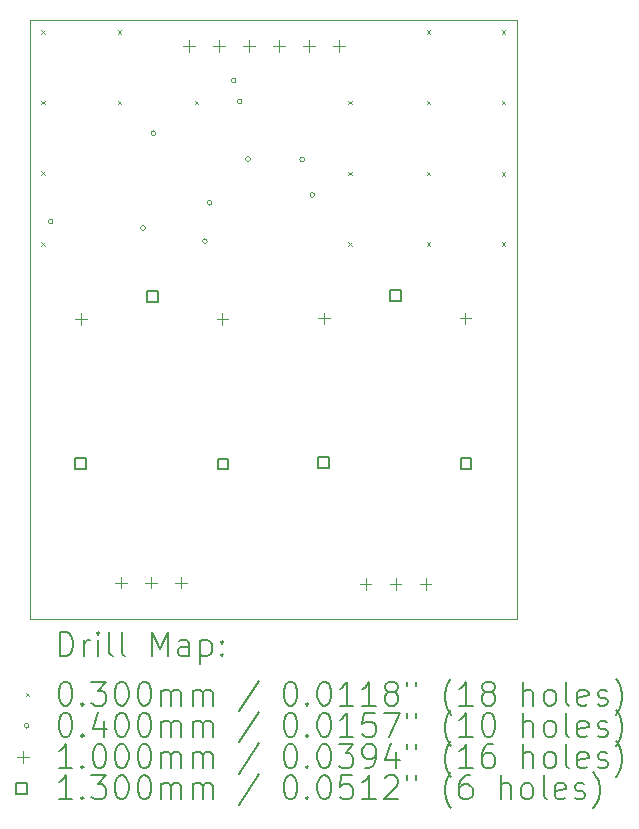
<source format=gbr>
%TF.GenerationSoftware,KiCad,Pcbnew,7.0.11-2.fc39*%
%TF.CreationDate,2024-06-02T00:52:19+02:00*%
%TF.ProjectId,two_relays_extension,74776f5f-7265-46c6-9179-735f65787465,rev?*%
%TF.SameCoordinates,Original*%
%TF.FileFunction,Drillmap*%
%TF.FilePolarity,Positive*%
%FSLAX45Y45*%
G04 Gerber Fmt 4.5, Leading zero omitted, Abs format (unit mm)*
G04 Created by KiCad (PCBNEW 7.0.11-2.fc39) date 2024-06-02 00:52:19*
%MOMM*%
%LPD*%
G01*
G04 APERTURE LIST*
%ADD10C,0.100000*%
%ADD11C,0.200000*%
%ADD12C,0.130000*%
G04 APERTURE END LIST*
D10*
X12674600Y-5778500D02*
X16802100Y-5778500D01*
X16802100Y-10845800D01*
X12674600Y-10845800D01*
X12674600Y-5778500D01*
D11*
D10*
X12771360Y-5862560D02*
X12801360Y-5892560D01*
X12801360Y-5862560D02*
X12771360Y-5892560D01*
X12771360Y-6462000D02*
X12801360Y-6492000D01*
X12801360Y-6462000D02*
X12771360Y-6492000D01*
X12771360Y-7056360D02*
X12801360Y-7086360D01*
X12801360Y-7056360D02*
X12771360Y-7086360D01*
X12771360Y-7660880D02*
X12801360Y-7690880D01*
X12801360Y-7660880D02*
X12771360Y-7690880D01*
X13421600Y-5862560D02*
X13451600Y-5892560D01*
X13451600Y-5862560D02*
X13421600Y-5892560D01*
X13421600Y-6462000D02*
X13451600Y-6492000D01*
X13451600Y-6462000D02*
X13421600Y-6492000D01*
X14071840Y-6462000D02*
X14101840Y-6492000D01*
X14101840Y-6462000D02*
X14071840Y-6492000D01*
X15372320Y-6462000D02*
X15402320Y-6492000D01*
X15402320Y-6462000D02*
X15372320Y-6492000D01*
X15372320Y-7061440D02*
X15402320Y-7091440D01*
X15402320Y-7061440D02*
X15372320Y-7091440D01*
X15372320Y-7660880D02*
X15402320Y-7690880D01*
X15402320Y-7660880D02*
X15372320Y-7690880D01*
X16037800Y-5862560D02*
X16067800Y-5892560D01*
X16067800Y-5862560D02*
X16037800Y-5892560D01*
X16037800Y-6462000D02*
X16067800Y-6492000D01*
X16067800Y-6462000D02*
X16037800Y-6492000D01*
X16037800Y-7061440D02*
X16067800Y-7091440D01*
X16067800Y-7061440D02*
X16037800Y-7091440D01*
X16037800Y-7660880D02*
X16067800Y-7690880D01*
X16067800Y-7660880D02*
X16037800Y-7690880D01*
X16672800Y-5862560D02*
X16702800Y-5892560D01*
X16702800Y-5862560D02*
X16672800Y-5892560D01*
X16672800Y-6462000D02*
X16702800Y-6492000D01*
X16702800Y-6462000D02*
X16672800Y-6492000D01*
X16672800Y-7066520D02*
X16702800Y-7096520D01*
X16702800Y-7066520D02*
X16672800Y-7096520D01*
X16672800Y-7660880D02*
X16702800Y-7690880D01*
X16702800Y-7660880D02*
X16672800Y-7690880D01*
X12872400Y-7482840D02*
G75*
G03*
X12832400Y-7482840I-20000J0D01*
G01*
X12832400Y-7482840D02*
G75*
G03*
X12872400Y-7482840I20000J0D01*
G01*
X13654720Y-7538720D02*
G75*
G03*
X13614720Y-7538720I-20000J0D01*
G01*
X13614720Y-7538720D02*
G75*
G03*
X13654720Y-7538720I20000J0D01*
G01*
X13741080Y-6736080D02*
G75*
G03*
X13701080Y-6736080I-20000J0D01*
G01*
X13701080Y-6736080D02*
G75*
G03*
X13741080Y-6736080I20000J0D01*
G01*
X14177960Y-7650480D02*
G75*
G03*
X14137960Y-7650480I-20000J0D01*
G01*
X14137960Y-7650480D02*
G75*
G03*
X14177960Y-7650480I20000J0D01*
G01*
X14218600Y-7325360D02*
G75*
G03*
X14178600Y-7325360I-20000J0D01*
G01*
X14178600Y-7325360D02*
G75*
G03*
X14218600Y-7325360I20000J0D01*
G01*
X14421800Y-6289040D02*
G75*
G03*
X14381800Y-6289040I-20000J0D01*
G01*
X14381800Y-6289040D02*
G75*
G03*
X14421800Y-6289040I20000J0D01*
G01*
X14472600Y-6466840D02*
G75*
G03*
X14432600Y-6466840I-20000J0D01*
G01*
X14432600Y-6466840D02*
G75*
G03*
X14472600Y-6466840I20000J0D01*
G01*
X14543720Y-6954520D02*
G75*
G03*
X14503720Y-6954520I-20000J0D01*
G01*
X14503720Y-6954520D02*
G75*
G03*
X14543720Y-6954520I20000J0D01*
G01*
X15000920Y-6959600D02*
G75*
G03*
X14960920Y-6959600I-20000J0D01*
G01*
X14960920Y-6959600D02*
G75*
G03*
X15000920Y-6959600I20000J0D01*
G01*
X15087280Y-7259320D02*
G75*
G03*
X15047280Y-7259320I-20000J0D01*
G01*
X15047280Y-7259320D02*
G75*
G03*
X15087280Y-7259320I20000J0D01*
G01*
X13106400Y-8262700D02*
X13106400Y-8362700D01*
X13056400Y-8312700D02*
X13156400Y-8312700D01*
X13449300Y-10491000D02*
X13449300Y-10591000D01*
X13399300Y-10541000D02*
X13499300Y-10541000D01*
X13703300Y-10491000D02*
X13703300Y-10591000D01*
X13653300Y-10541000D02*
X13753300Y-10541000D01*
X13957300Y-10491000D02*
X13957300Y-10591000D01*
X13907300Y-10541000D02*
X14007300Y-10541000D01*
X14020800Y-5949480D02*
X14020800Y-6049480D01*
X13970800Y-5999480D02*
X14070800Y-5999480D01*
X14274800Y-5949480D02*
X14274800Y-6049480D01*
X14224800Y-5999480D02*
X14324800Y-5999480D01*
X14306400Y-8262700D02*
X14306400Y-8362700D01*
X14256400Y-8312700D02*
X14356400Y-8312700D01*
X14528800Y-5949480D02*
X14528800Y-6049480D01*
X14478800Y-5999480D02*
X14578800Y-5999480D01*
X14782800Y-5949480D02*
X14782800Y-6049480D01*
X14732800Y-5999480D02*
X14832800Y-5999480D01*
X15036800Y-5949480D02*
X15036800Y-6049480D01*
X14986800Y-5999480D02*
X15086800Y-5999480D01*
X15163800Y-8255000D02*
X15163800Y-8355000D01*
X15113800Y-8305000D02*
X15213800Y-8305000D01*
X15290800Y-5949480D02*
X15290800Y-6049480D01*
X15240800Y-5999480D02*
X15340800Y-5999480D01*
X15517900Y-10503700D02*
X15517900Y-10603700D01*
X15467900Y-10553700D02*
X15567900Y-10553700D01*
X15771900Y-10503700D02*
X15771900Y-10603700D01*
X15721900Y-10553700D02*
X15821900Y-10553700D01*
X16025900Y-10503700D02*
X16025900Y-10603700D01*
X15975900Y-10553700D02*
X16075900Y-10553700D01*
X16363800Y-8255000D02*
X16363800Y-8355000D01*
X16313800Y-8305000D02*
X16413800Y-8305000D01*
D12*
X13152362Y-9578662D02*
X13152362Y-9486738D01*
X13060438Y-9486738D01*
X13060438Y-9578662D01*
X13152362Y-9578662D01*
X13757362Y-8163662D02*
X13757362Y-8071738D01*
X13665438Y-8071738D01*
X13665438Y-8163662D01*
X13757362Y-8163662D01*
X14357362Y-9583662D02*
X14357362Y-9491738D01*
X14265438Y-9491738D01*
X14265438Y-9583662D01*
X14357362Y-9583662D01*
X15209762Y-9570962D02*
X15209762Y-9479038D01*
X15117838Y-9479038D01*
X15117838Y-9570962D01*
X15209762Y-9570962D01*
X15814762Y-8155962D02*
X15814762Y-8064038D01*
X15722838Y-8064038D01*
X15722838Y-8155962D01*
X15814762Y-8155962D01*
X16414762Y-9575962D02*
X16414762Y-9484038D01*
X16322838Y-9484038D01*
X16322838Y-9575962D01*
X16414762Y-9575962D01*
D11*
X12930377Y-11162284D02*
X12930377Y-10962284D01*
X12930377Y-10962284D02*
X12977996Y-10962284D01*
X12977996Y-10962284D02*
X13006567Y-10971808D01*
X13006567Y-10971808D02*
X13025615Y-10990855D01*
X13025615Y-10990855D02*
X13035139Y-11009903D01*
X13035139Y-11009903D02*
X13044662Y-11047998D01*
X13044662Y-11047998D02*
X13044662Y-11076570D01*
X13044662Y-11076570D02*
X13035139Y-11114665D01*
X13035139Y-11114665D02*
X13025615Y-11133712D01*
X13025615Y-11133712D02*
X13006567Y-11152760D01*
X13006567Y-11152760D02*
X12977996Y-11162284D01*
X12977996Y-11162284D02*
X12930377Y-11162284D01*
X13130377Y-11162284D02*
X13130377Y-11028950D01*
X13130377Y-11067046D02*
X13139901Y-11047998D01*
X13139901Y-11047998D02*
X13149424Y-11038474D01*
X13149424Y-11038474D02*
X13168472Y-11028950D01*
X13168472Y-11028950D02*
X13187520Y-11028950D01*
X13254186Y-11162284D02*
X13254186Y-11028950D01*
X13254186Y-10962284D02*
X13244662Y-10971808D01*
X13244662Y-10971808D02*
X13254186Y-10981331D01*
X13254186Y-10981331D02*
X13263710Y-10971808D01*
X13263710Y-10971808D02*
X13254186Y-10962284D01*
X13254186Y-10962284D02*
X13254186Y-10981331D01*
X13377996Y-11162284D02*
X13358948Y-11152760D01*
X13358948Y-11152760D02*
X13349424Y-11133712D01*
X13349424Y-11133712D02*
X13349424Y-10962284D01*
X13482758Y-11162284D02*
X13463710Y-11152760D01*
X13463710Y-11152760D02*
X13454186Y-11133712D01*
X13454186Y-11133712D02*
X13454186Y-10962284D01*
X13711329Y-11162284D02*
X13711329Y-10962284D01*
X13711329Y-10962284D02*
X13777996Y-11105141D01*
X13777996Y-11105141D02*
X13844662Y-10962284D01*
X13844662Y-10962284D02*
X13844662Y-11162284D01*
X14025615Y-11162284D02*
X14025615Y-11057522D01*
X14025615Y-11057522D02*
X14016091Y-11038474D01*
X14016091Y-11038474D02*
X13997043Y-11028950D01*
X13997043Y-11028950D02*
X13958948Y-11028950D01*
X13958948Y-11028950D02*
X13939901Y-11038474D01*
X14025615Y-11152760D02*
X14006567Y-11162284D01*
X14006567Y-11162284D02*
X13958948Y-11162284D01*
X13958948Y-11162284D02*
X13939901Y-11152760D01*
X13939901Y-11152760D02*
X13930377Y-11133712D01*
X13930377Y-11133712D02*
X13930377Y-11114665D01*
X13930377Y-11114665D02*
X13939901Y-11095617D01*
X13939901Y-11095617D02*
X13958948Y-11086093D01*
X13958948Y-11086093D02*
X14006567Y-11086093D01*
X14006567Y-11086093D02*
X14025615Y-11076570D01*
X14120853Y-11028950D02*
X14120853Y-11228950D01*
X14120853Y-11038474D02*
X14139901Y-11028950D01*
X14139901Y-11028950D02*
X14177996Y-11028950D01*
X14177996Y-11028950D02*
X14197043Y-11038474D01*
X14197043Y-11038474D02*
X14206567Y-11047998D01*
X14206567Y-11047998D02*
X14216091Y-11067046D01*
X14216091Y-11067046D02*
X14216091Y-11124189D01*
X14216091Y-11124189D02*
X14206567Y-11143236D01*
X14206567Y-11143236D02*
X14197043Y-11152760D01*
X14197043Y-11152760D02*
X14177996Y-11162284D01*
X14177996Y-11162284D02*
X14139901Y-11162284D01*
X14139901Y-11162284D02*
X14120853Y-11152760D01*
X14301805Y-11143236D02*
X14311329Y-11152760D01*
X14311329Y-11152760D02*
X14301805Y-11162284D01*
X14301805Y-11162284D02*
X14292282Y-11152760D01*
X14292282Y-11152760D02*
X14301805Y-11143236D01*
X14301805Y-11143236D02*
X14301805Y-11162284D01*
X14301805Y-11038474D02*
X14311329Y-11047998D01*
X14311329Y-11047998D02*
X14301805Y-11057522D01*
X14301805Y-11057522D02*
X14292282Y-11047998D01*
X14292282Y-11047998D02*
X14301805Y-11038474D01*
X14301805Y-11038474D02*
X14301805Y-11057522D01*
D10*
X12639600Y-11475800D02*
X12669600Y-11505800D01*
X12669600Y-11475800D02*
X12639600Y-11505800D01*
D11*
X12968472Y-11382284D02*
X12987520Y-11382284D01*
X12987520Y-11382284D02*
X13006567Y-11391808D01*
X13006567Y-11391808D02*
X13016091Y-11401331D01*
X13016091Y-11401331D02*
X13025615Y-11420379D01*
X13025615Y-11420379D02*
X13035139Y-11458474D01*
X13035139Y-11458474D02*
X13035139Y-11506093D01*
X13035139Y-11506093D02*
X13025615Y-11544188D01*
X13025615Y-11544188D02*
X13016091Y-11563236D01*
X13016091Y-11563236D02*
X13006567Y-11572760D01*
X13006567Y-11572760D02*
X12987520Y-11582284D01*
X12987520Y-11582284D02*
X12968472Y-11582284D01*
X12968472Y-11582284D02*
X12949424Y-11572760D01*
X12949424Y-11572760D02*
X12939901Y-11563236D01*
X12939901Y-11563236D02*
X12930377Y-11544188D01*
X12930377Y-11544188D02*
X12920853Y-11506093D01*
X12920853Y-11506093D02*
X12920853Y-11458474D01*
X12920853Y-11458474D02*
X12930377Y-11420379D01*
X12930377Y-11420379D02*
X12939901Y-11401331D01*
X12939901Y-11401331D02*
X12949424Y-11391808D01*
X12949424Y-11391808D02*
X12968472Y-11382284D01*
X13120853Y-11563236D02*
X13130377Y-11572760D01*
X13130377Y-11572760D02*
X13120853Y-11582284D01*
X13120853Y-11582284D02*
X13111329Y-11572760D01*
X13111329Y-11572760D02*
X13120853Y-11563236D01*
X13120853Y-11563236D02*
X13120853Y-11582284D01*
X13197043Y-11382284D02*
X13320853Y-11382284D01*
X13320853Y-11382284D02*
X13254186Y-11458474D01*
X13254186Y-11458474D02*
X13282758Y-11458474D01*
X13282758Y-11458474D02*
X13301805Y-11467998D01*
X13301805Y-11467998D02*
X13311329Y-11477522D01*
X13311329Y-11477522D02*
X13320853Y-11496569D01*
X13320853Y-11496569D02*
X13320853Y-11544188D01*
X13320853Y-11544188D02*
X13311329Y-11563236D01*
X13311329Y-11563236D02*
X13301805Y-11572760D01*
X13301805Y-11572760D02*
X13282758Y-11582284D01*
X13282758Y-11582284D02*
X13225615Y-11582284D01*
X13225615Y-11582284D02*
X13206567Y-11572760D01*
X13206567Y-11572760D02*
X13197043Y-11563236D01*
X13444662Y-11382284D02*
X13463710Y-11382284D01*
X13463710Y-11382284D02*
X13482758Y-11391808D01*
X13482758Y-11391808D02*
X13492282Y-11401331D01*
X13492282Y-11401331D02*
X13501805Y-11420379D01*
X13501805Y-11420379D02*
X13511329Y-11458474D01*
X13511329Y-11458474D02*
X13511329Y-11506093D01*
X13511329Y-11506093D02*
X13501805Y-11544188D01*
X13501805Y-11544188D02*
X13492282Y-11563236D01*
X13492282Y-11563236D02*
X13482758Y-11572760D01*
X13482758Y-11572760D02*
X13463710Y-11582284D01*
X13463710Y-11582284D02*
X13444662Y-11582284D01*
X13444662Y-11582284D02*
X13425615Y-11572760D01*
X13425615Y-11572760D02*
X13416091Y-11563236D01*
X13416091Y-11563236D02*
X13406567Y-11544188D01*
X13406567Y-11544188D02*
X13397043Y-11506093D01*
X13397043Y-11506093D02*
X13397043Y-11458474D01*
X13397043Y-11458474D02*
X13406567Y-11420379D01*
X13406567Y-11420379D02*
X13416091Y-11401331D01*
X13416091Y-11401331D02*
X13425615Y-11391808D01*
X13425615Y-11391808D02*
X13444662Y-11382284D01*
X13635139Y-11382284D02*
X13654186Y-11382284D01*
X13654186Y-11382284D02*
X13673234Y-11391808D01*
X13673234Y-11391808D02*
X13682758Y-11401331D01*
X13682758Y-11401331D02*
X13692282Y-11420379D01*
X13692282Y-11420379D02*
X13701805Y-11458474D01*
X13701805Y-11458474D02*
X13701805Y-11506093D01*
X13701805Y-11506093D02*
X13692282Y-11544188D01*
X13692282Y-11544188D02*
X13682758Y-11563236D01*
X13682758Y-11563236D02*
X13673234Y-11572760D01*
X13673234Y-11572760D02*
X13654186Y-11582284D01*
X13654186Y-11582284D02*
X13635139Y-11582284D01*
X13635139Y-11582284D02*
X13616091Y-11572760D01*
X13616091Y-11572760D02*
X13606567Y-11563236D01*
X13606567Y-11563236D02*
X13597043Y-11544188D01*
X13597043Y-11544188D02*
X13587520Y-11506093D01*
X13587520Y-11506093D02*
X13587520Y-11458474D01*
X13587520Y-11458474D02*
X13597043Y-11420379D01*
X13597043Y-11420379D02*
X13606567Y-11401331D01*
X13606567Y-11401331D02*
X13616091Y-11391808D01*
X13616091Y-11391808D02*
X13635139Y-11382284D01*
X13787520Y-11582284D02*
X13787520Y-11448950D01*
X13787520Y-11467998D02*
X13797043Y-11458474D01*
X13797043Y-11458474D02*
X13816091Y-11448950D01*
X13816091Y-11448950D02*
X13844663Y-11448950D01*
X13844663Y-11448950D02*
X13863710Y-11458474D01*
X13863710Y-11458474D02*
X13873234Y-11477522D01*
X13873234Y-11477522D02*
X13873234Y-11582284D01*
X13873234Y-11477522D02*
X13882758Y-11458474D01*
X13882758Y-11458474D02*
X13901805Y-11448950D01*
X13901805Y-11448950D02*
X13930377Y-11448950D01*
X13930377Y-11448950D02*
X13949424Y-11458474D01*
X13949424Y-11458474D02*
X13958948Y-11477522D01*
X13958948Y-11477522D02*
X13958948Y-11582284D01*
X14054186Y-11582284D02*
X14054186Y-11448950D01*
X14054186Y-11467998D02*
X14063710Y-11458474D01*
X14063710Y-11458474D02*
X14082758Y-11448950D01*
X14082758Y-11448950D02*
X14111329Y-11448950D01*
X14111329Y-11448950D02*
X14130377Y-11458474D01*
X14130377Y-11458474D02*
X14139901Y-11477522D01*
X14139901Y-11477522D02*
X14139901Y-11582284D01*
X14139901Y-11477522D02*
X14149424Y-11458474D01*
X14149424Y-11458474D02*
X14168472Y-11448950D01*
X14168472Y-11448950D02*
X14197043Y-11448950D01*
X14197043Y-11448950D02*
X14216091Y-11458474D01*
X14216091Y-11458474D02*
X14225615Y-11477522D01*
X14225615Y-11477522D02*
X14225615Y-11582284D01*
X14616091Y-11372760D02*
X14444663Y-11629903D01*
X14873234Y-11382284D02*
X14892282Y-11382284D01*
X14892282Y-11382284D02*
X14911329Y-11391808D01*
X14911329Y-11391808D02*
X14920853Y-11401331D01*
X14920853Y-11401331D02*
X14930377Y-11420379D01*
X14930377Y-11420379D02*
X14939901Y-11458474D01*
X14939901Y-11458474D02*
X14939901Y-11506093D01*
X14939901Y-11506093D02*
X14930377Y-11544188D01*
X14930377Y-11544188D02*
X14920853Y-11563236D01*
X14920853Y-11563236D02*
X14911329Y-11572760D01*
X14911329Y-11572760D02*
X14892282Y-11582284D01*
X14892282Y-11582284D02*
X14873234Y-11582284D01*
X14873234Y-11582284D02*
X14854186Y-11572760D01*
X14854186Y-11572760D02*
X14844663Y-11563236D01*
X14844663Y-11563236D02*
X14835139Y-11544188D01*
X14835139Y-11544188D02*
X14825615Y-11506093D01*
X14825615Y-11506093D02*
X14825615Y-11458474D01*
X14825615Y-11458474D02*
X14835139Y-11420379D01*
X14835139Y-11420379D02*
X14844663Y-11401331D01*
X14844663Y-11401331D02*
X14854186Y-11391808D01*
X14854186Y-11391808D02*
X14873234Y-11382284D01*
X15025615Y-11563236D02*
X15035139Y-11572760D01*
X15035139Y-11572760D02*
X15025615Y-11582284D01*
X15025615Y-11582284D02*
X15016091Y-11572760D01*
X15016091Y-11572760D02*
X15025615Y-11563236D01*
X15025615Y-11563236D02*
X15025615Y-11582284D01*
X15158948Y-11382284D02*
X15177996Y-11382284D01*
X15177996Y-11382284D02*
X15197044Y-11391808D01*
X15197044Y-11391808D02*
X15206567Y-11401331D01*
X15206567Y-11401331D02*
X15216091Y-11420379D01*
X15216091Y-11420379D02*
X15225615Y-11458474D01*
X15225615Y-11458474D02*
X15225615Y-11506093D01*
X15225615Y-11506093D02*
X15216091Y-11544188D01*
X15216091Y-11544188D02*
X15206567Y-11563236D01*
X15206567Y-11563236D02*
X15197044Y-11572760D01*
X15197044Y-11572760D02*
X15177996Y-11582284D01*
X15177996Y-11582284D02*
X15158948Y-11582284D01*
X15158948Y-11582284D02*
X15139901Y-11572760D01*
X15139901Y-11572760D02*
X15130377Y-11563236D01*
X15130377Y-11563236D02*
X15120853Y-11544188D01*
X15120853Y-11544188D02*
X15111329Y-11506093D01*
X15111329Y-11506093D02*
X15111329Y-11458474D01*
X15111329Y-11458474D02*
X15120853Y-11420379D01*
X15120853Y-11420379D02*
X15130377Y-11401331D01*
X15130377Y-11401331D02*
X15139901Y-11391808D01*
X15139901Y-11391808D02*
X15158948Y-11382284D01*
X15416091Y-11582284D02*
X15301806Y-11582284D01*
X15358948Y-11582284D02*
X15358948Y-11382284D01*
X15358948Y-11382284D02*
X15339901Y-11410855D01*
X15339901Y-11410855D02*
X15320853Y-11429903D01*
X15320853Y-11429903D02*
X15301806Y-11439427D01*
X15606567Y-11582284D02*
X15492282Y-11582284D01*
X15549425Y-11582284D02*
X15549425Y-11382284D01*
X15549425Y-11382284D02*
X15530377Y-11410855D01*
X15530377Y-11410855D02*
X15511329Y-11429903D01*
X15511329Y-11429903D02*
X15492282Y-11439427D01*
X15720853Y-11467998D02*
X15701806Y-11458474D01*
X15701806Y-11458474D02*
X15692282Y-11448950D01*
X15692282Y-11448950D02*
X15682758Y-11429903D01*
X15682758Y-11429903D02*
X15682758Y-11420379D01*
X15682758Y-11420379D02*
X15692282Y-11401331D01*
X15692282Y-11401331D02*
X15701806Y-11391808D01*
X15701806Y-11391808D02*
X15720853Y-11382284D01*
X15720853Y-11382284D02*
X15758948Y-11382284D01*
X15758948Y-11382284D02*
X15777996Y-11391808D01*
X15777996Y-11391808D02*
X15787520Y-11401331D01*
X15787520Y-11401331D02*
X15797044Y-11420379D01*
X15797044Y-11420379D02*
X15797044Y-11429903D01*
X15797044Y-11429903D02*
X15787520Y-11448950D01*
X15787520Y-11448950D02*
X15777996Y-11458474D01*
X15777996Y-11458474D02*
X15758948Y-11467998D01*
X15758948Y-11467998D02*
X15720853Y-11467998D01*
X15720853Y-11467998D02*
X15701806Y-11477522D01*
X15701806Y-11477522D02*
X15692282Y-11487046D01*
X15692282Y-11487046D02*
X15682758Y-11506093D01*
X15682758Y-11506093D02*
X15682758Y-11544188D01*
X15682758Y-11544188D02*
X15692282Y-11563236D01*
X15692282Y-11563236D02*
X15701806Y-11572760D01*
X15701806Y-11572760D02*
X15720853Y-11582284D01*
X15720853Y-11582284D02*
X15758948Y-11582284D01*
X15758948Y-11582284D02*
X15777996Y-11572760D01*
X15777996Y-11572760D02*
X15787520Y-11563236D01*
X15787520Y-11563236D02*
X15797044Y-11544188D01*
X15797044Y-11544188D02*
X15797044Y-11506093D01*
X15797044Y-11506093D02*
X15787520Y-11487046D01*
X15787520Y-11487046D02*
X15777996Y-11477522D01*
X15777996Y-11477522D02*
X15758948Y-11467998D01*
X15873234Y-11382284D02*
X15873234Y-11420379D01*
X15949425Y-11382284D02*
X15949425Y-11420379D01*
X16244663Y-11658474D02*
X16235139Y-11648950D01*
X16235139Y-11648950D02*
X16216091Y-11620379D01*
X16216091Y-11620379D02*
X16206568Y-11601331D01*
X16206568Y-11601331D02*
X16197044Y-11572760D01*
X16197044Y-11572760D02*
X16187520Y-11525141D01*
X16187520Y-11525141D02*
X16187520Y-11487046D01*
X16187520Y-11487046D02*
X16197044Y-11439427D01*
X16197044Y-11439427D02*
X16206568Y-11410855D01*
X16206568Y-11410855D02*
X16216091Y-11391808D01*
X16216091Y-11391808D02*
X16235139Y-11363236D01*
X16235139Y-11363236D02*
X16244663Y-11353712D01*
X16425615Y-11582284D02*
X16311329Y-11582284D01*
X16368472Y-11582284D02*
X16368472Y-11382284D01*
X16368472Y-11382284D02*
X16349425Y-11410855D01*
X16349425Y-11410855D02*
X16330377Y-11429903D01*
X16330377Y-11429903D02*
X16311329Y-11439427D01*
X16539901Y-11467998D02*
X16520853Y-11458474D01*
X16520853Y-11458474D02*
X16511329Y-11448950D01*
X16511329Y-11448950D02*
X16501806Y-11429903D01*
X16501806Y-11429903D02*
X16501806Y-11420379D01*
X16501806Y-11420379D02*
X16511329Y-11401331D01*
X16511329Y-11401331D02*
X16520853Y-11391808D01*
X16520853Y-11391808D02*
X16539901Y-11382284D01*
X16539901Y-11382284D02*
X16577996Y-11382284D01*
X16577996Y-11382284D02*
X16597044Y-11391808D01*
X16597044Y-11391808D02*
X16606568Y-11401331D01*
X16606568Y-11401331D02*
X16616091Y-11420379D01*
X16616091Y-11420379D02*
X16616091Y-11429903D01*
X16616091Y-11429903D02*
X16606568Y-11448950D01*
X16606568Y-11448950D02*
X16597044Y-11458474D01*
X16597044Y-11458474D02*
X16577996Y-11467998D01*
X16577996Y-11467998D02*
X16539901Y-11467998D01*
X16539901Y-11467998D02*
X16520853Y-11477522D01*
X16520853Y-11477522D02*
X16511329Y-11487046D01*
X16511329Y-11487046D02*
X16501806Y-11506093D01*
X16501806Y-11506093D02*
X16501806Y-11544188D01*
X16501806Y-11544188D02*
X16511329Y-11563236D01*
X16511329Y-11563236D02*
X16520853Y-11572760D01*
X16520853Y-11572760D02*
X16539901Y-11582284D01*
X16539901Y-11582284D02*
X16577996Y-11582284D01*
X16577996Y-11582284D02*
X16597044Y-11572760D01*
X16597044Y-11572760D02*
X16606568Y-11563236D01*
X16606568Y-11563236D02*
X16616091Y-11544188D01*
X16616091Y-11544188D02*
X16616091Y-11506093D01*
X16616091Y-11506093D02*
X16606568Y-11487046D01*
X16606568Y-11487046D02*
X16597044Y-11477522D01*
X16597044Y-11477522D02*
X16577996Y-11467998D01*
X16854187Y-11582284D02*
X16854187Y-11382284D01*
X16939901Y-11582284D02*
X16939901Y-11477522D01*
X16939901Y-11477522D02*
X16930377Y-11458474D01*
X16930377Y-11458474D02*
X16911330Y-11448950D01*
X16911330Y-11448950D02*
X16882758Y-11448950D01*
X16882758Y-11448950D02*
X16863711Y-11458474D01*
X16863711Y-11458474D02*
X16854187Y-11467998D01*
X17063711Y-11582284D02*
X17044663Y-11572760D01*
X17044663Y-11572760D02*
X17035139Y-11563236D01*
X17035139Y-11563236D02*
X17025615Y-11544188D01*
X17025615Y-11544188D02*
X17025615Y-11487046D01*
X17025615Y-11487046D02*
X17035139Y-11467998D01*
X17035139Y-11467998D02*
X17044663Y-11458474D01*
X17044663Y-11458474D02*
X17063711Y-11448950D01*
X17063711Y-11448950D02*
X17092282Y-11448950D01*
X17092282Y-11448950D02*
X17111330Y-11458474D01*
X17111330Y-11458474D02*
X17120853Y-11467998D01*
X17120853Y-11467998D02*
X17130377Y-11487046D01*
X17130377Y-11487046D02*
X17130377Y-11544188D01*
X17130377Y-11544188D02*
X17120853Y-11563236D01*
X17120853Y-11563236D02*
X17111330Y-11572760D01*
X17111330Y-11572760D02*
X17092282Y-11582284D01*
X17092282Y-11582284D02*
X17063711Y-11582284D01*
X17244663Y-11582284D02*
X17225615Y-11572760D01*
X17225615Y-11572760D02*
X17216092Y-11553712D01*
X17216092Y-11553712D02*
X17216092Y-11382284D01*
X17397044Y-11572760D02*
X17377996Y-11582284D01*
X17377996Y-11582284D02*
X17339901Y-11582284D01*
X17339901Y-11582284D02*
X17320853Y-11572760D01*
X17320853Y-11572760D02*
X17311330Y-11553712D01*
X17311330Y-11553712D02*
X17311330Y-11477522D01*
X17311330Y-11477522D02*
X17320853Y-11458474D01*
X17320853Y-11458474D02*
X17339901Y-11448950D01*
X17339901Y-11448950D02*
X17377996Y-11448950D01*
X17377996Y-11448950D02*
X17397044Y-11458474D01*
X17397044Y-11458474D02*
X17406568Y-11477522D01*
X17406568Y-11477522D02*
X17406568Y-11496569D01*
X17406568Y-11496569D02*
X17311330Y-11515617D01*
X17482758Y-11572760D02*
X17501806Y-11582284D01*
X17501806Y-11582284D02*
X17539901Y-11582284D01*
X17539901Y-11582284D02*
X17558949Y-11572760D01*
X17558949Y-11572760D02*
X17568473Y-11553712D01*
X17568473Y-11553712D02*
X17568473Y-11544188D01*
X17568473Y-11544188D02*
X17558949Y-11525141D01*
X17558949Y-11525141D02*
X17539901Y-11515617D01*
X17539901Y-11515617D02*
X17511330Y-11515617D01*
X17511330Y-11515617D02*
X17492282Y-11506093D01*
X17492282Y-11506093D02*
X17482758Y-11487046D01*
X17482758Y-11487046D02*
X17482758Y-11477522D01*
X17482758Y-11477522D02*
X17492282Y-11458474D01*
X17492282Y-11458474D02*
X17511330Y-11448950D01*
X17511330Y-11448950D02*
X17539901Y-11448950D01*
X17539901Y-11448950D02*
X17558949Y-11458474D01*
X17635139Y-11658474D02*
X17644663Y-11648950D01*
X17644663Y-11648950D02*
X17663711Y-11620379D01*
X17663711Y-11620379D02*
X17673234Y-11601331D01*
X17673234Y-11601331D02*
X17682758Y-11572760D01*
X17682758Y-11572760D02*
X17692282Y-11525141D01*
X17692282Y-11525141D02*
X17692282Y-11487046D01*
X17692282Y-11487046D02*
X17682758Y-11439427D01*
X17682758Y-11439427D02*
X17673234Y-11410855D01*
X17673234Y-11410855D02*
X17663711Y-11391808D01*
X17663711Y-11391808D02*
X17644663Y-11363236D01*
X17644663Y-11363236D02*
X17635139Y-11353712D01*
D10*
X12669600Y-11754800D02*
G75*
G03*
X12629600Y-11754800I-20000J0D01*
G01*
X12629600Y-11754800D02*
G75*
G03*
X12669600Y-11754800I20000J0D01*
G01*
D11*
X12968472Y-11646284D02*
X12987520Y-11646284D01*
X12987520Y-11646284D02*
X13006567Y-11655808D01*
X13006567Y-11655808D02*
X13016091Y-11665331D01*
X13016091Y-11665331D02*
X13025615Y-11684379D01*
X13025615Y-11684379D02*
X13035139Y-11722474D01*
X13035139Y-11722474D02*
X13035139Y-11770093D01*
X13035139Y-11770093D02*
X13025615Y-11808188D01*
X13025615Y-11808188D02*
X13016091Y-11827236D01*
X13016091Y-11827236D02*
X13006567Y-11836760D01*
X13006567Y-11836760D02*
X12987520Y-11846284D01*
X12987520Y-11846284D02*
X12968472Y-11846284D01*
X12968472Y-11846284D02*
X12949424Y-11836760D01*
X12949424Y-11836760D02*
X12939901Y-11827236D01*
X12939901Y-11827236D02*
X12930377Y-11808188D01*
X12930377Y-11808188D02*
X12920853Y-11770093D01*
X12920853Y-11770093D02*
X12920853Y-11722474D01*
X12920853Y-11722474D02*
X12930377Y-11684379D01*
X12930377Y-11684379D02*
X12939901Y-11665331D01*
X12939901Y-11665331D02*
X12949424Y-11655808D01*
X12949424Y-11655808D02*
X12968472Y-11646284D01*
X13120853Y-11827236D02*
X13130377Y-11836760D01*
X13130377Y-11836760D02*
X13120853Y-11846284D01*
X13120853Y-11846284D02*
X13111329Y-11836760D01*
X13111329Y-11836760D02*
X13120853Y-11827236D01*
X13120853Y-11827236D02*
X13120853Y-11846284D01*
X13301805Y-11712950D02*
X13301805Y-11846284D01*
X13254186Y-11636760D02*
X13206567Y-11779617D01*
X13206567Y-11779617D02*
X13330377Y-11779617D01*
X13444662Y-11646284D02*
X13463710Y-11646284D01*
X13463710Y-11646284D02*
X13482758Y-11655808D01*
X13482758Y-11655808D02*
X13492282Y-11665331D01*
X13492282Y-11665331D02*
X13501805Y-11684379D01*
X13501805Y-11684379D02*
X13511329Y-11722474D01*
X13511329Y-11722474D02*
X13511329Y-11770093D01*
X13511329Y-11770093D02*
X13501805Y-11808188D01*
X13501805Y-11808188D02*
X13492282Y-11827236D01*
X13492282Y-11827236D02*
X13482758Y-11836760D01*
X13482758Y-11836760D02*
X13463710Y-11846284D01*
X13463710Y-11846284D02*
X13444662Y-11846284D01*
X13444662Y-11846284D02*
X13425615Y-11836760D01*
X13425615Y-11836760D02*
X13416091Y-11827236D01*
X13416091Y-11827236D02*
X13406567Y-11808188D01*
X13406567Y-11808188D02*
X13397043Y-11770093D01*
X13397043Y-11770093D02*
X13397043Y-11722474D01*
X13397043Y-11722474D02*
X13406567Y-11684379D01*
X13406567Y-11684379D02*
X13416091Y-11665331D01*
X13416091Y-11665331D02*
X13425615Y-11655808D01*
X13425615Y-11655808D02*
X13444662Y-11646284D01*
X13635139Y-11646284D02*
X13654186Y-11646284D01*
X13654186Y-11646284D02*
X13673234Y-11655808D01*
X13673234Y-11655808D02*
X13682758Y-11665331D01*
X13682758Y-11665331D02*
X13692282Y-11684379D01*
X13692282Y-11684379D02*
X13701805Y-11722474D01*
X13701805Y-11722474D02*
X13701805Y-11770093D01*
X13701805Y-11770093D02*
X13692282Y-11808188D01*
X13692282Y-11808188D02*
X13682758Y-11827236D01*
X13682758Y-11827236D02*
X13673234Y-11836760D01*
X13673234Y-11836760D02*
X13654186Y-11846284D01*
X13654186Y-11846284D02*
X13635139Y-11846284D01*
X13635139Y-11846284D02*
X13616091Y-11836760D01*
X13616091Y-11836760D02*
X13606567Y-11827236D01*
X13606567Y-11827236D02*
X13597043Y-11808188D01*
X13597043Y-11808188D02*
X13587520Y-11770093D01*
X13587520Y-11770093D02*
X13587520Y-11722474D01*
X13587520Y-11722474D02*
X13597043Y-11684379D01*
X13597043Y-11684379D02*
X13606567Y-11665331D01*
X13606567Y-11665331D02*
X13616091Y-11655808D01*
X13616091Y-11655808D02*
X13635139Y-11646284D01*
X13787520Y-11846284D02*
X13787520Y-11712950D01*
X13787520Y-11731998D02*
X13797043Y-11722474D01*
X13797043Y-11722474D02*
X13816091Y-11712950D01*
X13816091Y-11712950D02*
X13844663Y-11712950D01*
X13844663Y-11712950D02*
X13863710Y-11722474D01*
X13863710Y-11722474D02*
X13873234Y-11741522D01*
X13873234Y-11741522D02*
X13873234Y-11846284D01*
X13873234Y-11741522D02*
X13882758Y-11722474D01*
X13882758Y-11722474D02*
X13901805Y-11712950D01*
X13901805Y-11712950D02*
X13930377Y-11712950D01*
X13930377Y-11712950D02*
X13949424Y-11722474D01*
X13949424Y-11722474D02*
X13958948Y-11741522D01*
X13958948Y-11741522D02*
X13958948Y-11846284D01*
X14054186Y-11846284D02*
X14054186Y-11712950D01*
X14054186Y-11731998D02*
X14063710Y-11722474D01*
X14063710Y-11722474D02*
X14082758Y-11712950D01*
X14082758Y-11712950D02*
X14111329Y-11712950D01*
X14111329Y-11712950D02*
X14130377Y-11722474D01*
X14130377Y-11722474D02*
X14139901Y-11741522D01*
X14139901Y-11741522D02*
X14139901Y-11846284D01*
X14139901Y-11741522D02*
X14149424Y-11722474D01*
X14149424Y-11722474D02*
X14168472Y-11712950D01*
X14168472Y-11712950D02*
X14197043Y-11712950D01*
X14197043Y-11712950D02*
X14216091Y-11722474D01*
X14216091Y-11722474D02*
X14225615Y-11741522D01*
X14225615Y-11741522D02*
X14225615Y-11846284D01*
X14616091Y-11636760D02*
X14444663Y-11893903D01*
X14873234Y-11646284D02*
X14892282Y-11646284D01*
X14892282Y-11646284D02*
X14911329Y-11655808D01*
X14911329Y-11655808D02*
X14920853Y-11665331D01*
X14920853Y-11665331D02*
X14930377Y-11684379D01*
X14930377Y-11684379D02*
X14939901Y-11722474D01*
X14939901Y-11722474D02*
X14939901Y-11770093D01*
X14939901Y-11770093D02*
X14930377Y-11808188D01*
X14930377Y-11808188D02*
X14920853Y-11827236D01*
X14920853Y-11827236D02*
X14911329Y-11836760D01*
X14911329Y-11836760D02*
X14892282Y-11846284D01*
X14892282Y-11846284D02*
X14873234Y-11846284D01*
X14873234Y-11846284D02*
X14854186Y-11836760D01*
X14854186Y-11836760D02*
X14844663Y-11827236D01*
X14844663Y-11827236D02*
X14835139Y-11808188D01*
X14835139Y-11808188D02*
X14825615Y-11770093D01*
X14825615Y-11770093D02*
X14825615Y-11722474D01*
X14825615Y-11722474D02*
X14835139Y-11684379D01*
X14835139Y-11684379D02*
X14844663Y-11665331D01*
X14844663Y-11665331D02*
X14854186Y-11655808D01*
X14854186Y-11655808D02*
X14873234Y-11646284D01*
X15025615Y-11827236D02*
X15035139Y-11836760D01*
X15035139Y-11836760D02*
X15025615Y-11846284D01*
X15025615Y-11846284D02*
X15016091Y-11836760D01*
X15016091Y-11836760D02*
X15025615Y-11827236D01*
X15025615Y-11827236D02*
X15025615Y-11846284D01*
X15158948Y-11646284D02*
X15177996Y-11646284D01*
X15177996Y-11646284D02*
X15197044Y-11655808D01*
X15197044Y-11655808D02*
X15206567Y-11665331D01*
X15206567Y-11665331D02*
X15216091Y-11684379D01*
X15216091Y-11684379D02*
X15225615Y-11722474D01*
X15225615Y-11722474D02*
X15225615Y-11770093D01*
X15225615Y-11770093D02*
X15216091Y-11808188D01*
X15216091Y-11808188D02*
X15206567Y-11827236D01*
X15206567Y-11827236D02*
X15197044Y-11836760D01*
X15197044Y-11836760D02*
X15177996Y-11846284D01*
X15177996Y-11846284D02*
X15158948Y-11846284D01*
X15158948Y-11846284D02*
X15139901Y-11836760D01*
X15139901Y-11836760D02*
X15130377Y-11827236D01*
X15130377Y-11827236D02*
X15120853Y-11808188D01*
X15120853Y-11808188D02*
X15111329Y-11770093D01*
X15111329Y-11770093D02*
X15111329Y-11722474D01*
X15111329Y-11722474D02*
X15120853Y-11684379D01*
X15120853Y-11684379D02*
X15130377Y-11665331D01*
X15130377Y-11665331D02*
X15139901Y-11655808D01*
X15139901Y-11655808D02*
X15158948Y-11646284D01*
X15416091Y-11846284D02*
X15301806Y-11846284D01*
X15358948Y-11846284D02*
X15358948Y-11646284D01*
X15358948Y-11646284D02*
X15339901Y-11674855D01*
X15339901Y-11674855D02*
X15320853Y-11693903D01*
X15320853Y-11693903D02*
X15301806Y-11703427D01*
X15597044Y-11646284D02*
X15501806Y-11646284D01*
X15501806Y-11646284D02*
X15492282Y-11741522D01*
X15492282Y-11741522D02*
X15501806Y-11731998D01*
X15501806Y-11731998D02*
X15520853Y-11722474D01*
X15520853Y-11722474D02*
X15568472Y-11722474D01*
X15568472Y-11722474D02*
X15587520Y-11731998D01*
X15587520Y-11731998D02*
X15597044Y-11741522D01*
X15597044Y-11741522D02*
X15606567Y-11760569D01*
X15606567Y-11760569D02*
X15606567Y-11808188D01*
X15606567Y-11808188D02*
X15597044Y-11827236D01*
X15597044Y-11827236D02*
X15587520Y-11836760D01*
X15587520Y-11836760D02*
X15568472Y-11846284D01*
X15568472Y-11846284D02*
X15520853Y-11846284D01*
X15520853Y-11846284D02*
X15501806Y-11836760D01*
X15501806Y-11836760D02*
X15492282Y-11827236D01*
X15673234Y-11646284D02*
X15806567Y-11646284D01*
X15806567Y-11646284D02*
X15720853Y-11846284D01*
X15873234Y-11646284D02*
X15873234Y-11684379D01*
X15949425Y-11646284D02*
X15949425Y-11684379D01*
X16244663Y-11922474D02*
X16235139Y-11912950D01*
X16235139Y-11912950D02*
X16216091Y-11884379D01*
X16216091Y-11884379D02*
X16206568Y-11865331D01*
X16206568Y-11865331D02*
X16197044Y-11836760D01*
X16197044Y-11836760D02*
X16187520Y-11789141D01*
X16187520Y-11789141D02*
X16187520Y-11751046D01*
X16187520Y-11751046D02*
X16197044Y-11703427D01*
X16197044Y-11703427D02*
X16206568Y-11674855D01*
X16206568Y-11674855D02*
X16216091Y-11655808D01*
X16216091Y-11655808D02*
X16235139Y-11627236D01*
X16235139Y-11627236D02*
X16244663Y-11617712D01*
X16425615Y-11846284D02*
X16311329Y-11846284D01*
X16368472Y-11846284D02*
X16368472Y-11646284D01*
X16368472Y-11646284D02*
X16349425Y-11674855D01*
X16349425Y-11674855D02*
X16330377Y-11693903D01*
X16330377Y-11693903D02*
X16311329Y-11703427D01*
X16549425Y-11646284D02*
X16568472Y-11646284D01*
X16568472Y-11646284D02*
X16587520Y-11655808D01*
X16587520Y-11655808D02*
X16597044Y-11665331D01*
X16597044Y-11665331D02*
X16606568Y-11684379D01*
X16606568Y-11684379D02*
X16616091Y-11722474D01*
X16616091Y-11722474D02*
X16616091Y-11770093D01*
X16616091Y-11770093D02*
X16606568Y-11808188D01*
X16606568Y-11808188D02*
X16597044Y-11827236D01*
X16597044Y-11827236D02*
X16587520Y-11836760D01*
X16587520Y-11836760D02*
X16568472Y-11846284D01*
X16568472Y-11846284D02*
X16549425Y-11846284D01*
X16549425Y-11846284D02*
X16530377Y-11836760D01*
X16530377Y-11836760D02*
X16520853Y-11827236D01*
X16520853Y-11827236D02*
X16511329Y-11808188D01*
X16511329Y-11808188D02*
X16501806Y-11770093D01*
X16501806Y-11770093D02*
X16501806Y-11722474D01*
X16501806Y-11722474D02*
X16511329Y-11684379D01*
X16511329Y-11684379D02*
X16520853Y-11665331D01*
X16520853Y-11665331D02*
X16530377Y-11655808D01*
X16530377Y-11655808D02*
X16549425Y-11646284D01*
X16854187Y-11846284D02*
X16854187Y-11646284D01*
X16939901Y-11846284D02*
X16939901Y-11741522D01*
X16939901Y-11741522D02*
X16930377Y-11722474D01*
X16930377Y-11722474D02*
X16911330Y-11712950D01*
X16911330Y-11712950D02*
X16882758Y-11712950D01*
X16882758Y-11712950D02*
X16863711Y-11722474D01*
X16863711Y-11722474D02*
X16854187Y-11731998D01*
X17063711Y-11846284D02*
X17044663Y-11836760D01*
X17044663Y-11836760D02*
X17035139Y-11827236D01*
X17035139Y-11827236D02*
X17025615Y-11808188D01*
X17025615Y-11808188D02*
X17025615Y-11751046D01*
X17025615Y-11751046D02*
X17035139Y-11731998D01*
X17035139Y-11731998D02*
X17044663Y-11722474D01*
X17044663Y-11722474D02*
X17063711Y-11712950D01*
X17063711Y-11712950D02*
X17092282Y-11712950D01*
X17092282Y-11712950D02*
X17111330Y-11722474D01*
X17111330Y-11722474D02*
X17120853Y-11731998D01*
X17120853Y-11731998D02*
X17130377Y-11751046D01*
X17130377Y-11751046D02*
X17130377Y-11808188D01*
X17130377Y-11808188D02*
X17120853Y-11827236D01*
X17120853Y-11827236D02*
X17111330Y-11836760D01*
X17111330Y-11836760D02*
X17092282Y-11846284D01*
X17092282Y-11846284D02*
X17063711Y-11846284D01*
X17244663Y-11846284D02*
X17225615Y-11836760D01*
X17225615Y-11836760D02*
X17216092Y-11817712D01*
X17216092Y-11817712D02*
X17216092Y-11646284D01*
X17397044Y-11836760D02*
X17377996Y-11846284D01*
X17377996Y-11846284D02*
X17339901Y-11846284D01*
X17339901Y-11846284D02*
X17320853Y-11836760D01*
X17320853Y-11836760D02*
X17311330Y-11817712D01*
X17311330Y-11817712D02*
X17311330Y-11741522D01*
X17311330Y-11741522D02*
X17320853Y-11722474D01*
X17320853Y-11722474D02*
X17339901Y-11712950D01*
X17339901Y-11712950D02*
X17377996Y-11712950D01*
X17377996Y-11712950D02*
X17397044Y-11722474D01*
X17397044Y-11722474D02*
X17406568Y-11741522D01*
X17406568Y-11741522D02*
X17406568Y-11760569D01*
X17406568Y-11760569D02*
X17311330Y-11779617D01*
X17482758Y-11836760D02*
X17501806Y-11846284D01*
X17501806Y-11846284D02*
X17539901Y-11846284D01*
X17539901Y-11846284D02*
X17558949Y-11836760D01*
X17558949Y-11836760D02*
X17568473Y-11817712D01*
X17568473Y-11817712D02*
X17568473Y-11808188D01*
X17568473Y-11808188D02*
X17558949Y-11789141D01*
X17558949Y-11789141D02*
X17539901Y-11779617D01*
X17539901Y-11779617D02*
X17511330Y-11779617D01*
X17511330Y-11779617D02*
X17492282Y-11770093D01*
X17492282Y-11770093D02*
X17482758Y-11751046D01*
X17482758Y-11751046D02*
X17482758Y-11741522D01*
X17482758Y-11741522D02*
X17492282Y-11722474D01*
X17492282Y-11722474D02*
X17511330Y-11712950D01*
X17511330Y-11712950D02*
X17539901Y-11712950D01*
X17539901Y-11712950D02*
X17558949Y-11722474D01*
X17635139Y-11922474D02*
X17644663Y-11912950D01*
X17644663Y-11912950D02*
X17663711Y-11884379D01*
X17663711Y-11884379D02*
X17673234Y-11865331D01*
X17673234Y-11865331D02*
X17682758Y-11836760D01*
X17682758Y-11836760D02*
X17692282Y-11789141D01*
X17692282Y-11789141D02*
X17692282Y-11751046D01*
X17692282Y-11751046D02*
X17682758Y-11703427D01*
X17682758Y-11703427D02*
X17673234Y-11674855D01*
X17673234Y-11674855D02*
X17663711Y-11655808D01*
X17663711Y-11655808D02*
X17644663Y-11627236D01*
X17644663Y-11627236D02*
X17635139Y-11617712D01*
D10*
X12619600Y-11968800D02*
X12619600Y-12068800D01*
X12569600Y-12018800D02*
X12669600Y-12018800D01*
D11*
X13035139Y-12110284D02*
X12920853Y-12110284D01*
X12977996Y-12110284D02*
X12977996Y-11910284D01*
X12977996Y-11910284D02*
X12958948Y-11938855D01*
X12958948Y-11938855D02*
X12939901Y-11957903D01*
X12939901Y-11957903D02*
X12920853Y-11967427D01*
X13120853Y-12091236D02*
X13130377Y-12100760D01*
X13130377Y-12100760D02*
X13120853Y-12110284D01*
X13120853Y-12110284D02*
X13111329Y-12100760D01*
X13111329Y-12100760D02*
X13120853Y-12091236D01*
X13120853Y-12091236D02*
X13120853Y-12110284D01*
X13254186Y-11910284D02*
X13273234Y-11910284D01*
X13273234Y-11910284D02*
X13292282Y-11919808D01*
X13292282Y-11919808D02*
X13301805Y-11929331D01*
X13301805Y-11929331D02*
X13311329Y-11948379D01*
X13311329Y-11948379D02*
X13320853Y-11986474D01*
X13320853Y-11986474D02*
X13320853Y-12034093D01*
X13320853Y-12034093D02*
X13311329Y-12072188D01*
X13311329Y-12072188D02*
X13301805Y-12091236D01*
X13301805Y-12091236D02*
X13292282Y-12100760D01*
X13292282Y-12100760D02*
X13273234Y-12110284D01*
X13273234Y-12110284D02*
X13254186Y-12110284D01*
X13254186Y-12110284D02*
X13235139Y-12100760D01*
X13235139Y-12100760D02*
X13225615Y-12091236D01*
X13225615Y-12091236D02*
X13216091Y-12072188D01*
X13216091Y-12072188D02*
X13206567Y-12034093D01*
X13206567Y-12034093D02*
X13206567Y-11986474D01*
X13206567Y-11986474D02*
X13216091Y-11948379D01*
X13216091Y-11948379D02*
X13225615Y-11929331D01*
X13225615Y-11929331D02*
X13235139Y-11919808D01*
X13235139Y-11919808D02*
X13254186Y-11910284D01*
X13444662Y-11910284D02*
X13463710Y-11910284D01*
X13463710Y-11910284D02*
X13482758Y-11919808D01*
X13482758Y-11919808D02*
X13492282Y-11929331D01*
X13492282Y-11929331D02*
X13501805Y-11948379D01*
X13501805Y-11948379D02*
X13511329Y-11986474D01*
X13511329Y-11986474D02*
X13511329Y-12034093D01*
X13511329Y-12034093D02*
X13501805Y-12072188D01*
X13501805Y-12072188D02*
X13492282Y-12091236D01*
X13492282Y-12091236D02*
X13482758Y-12100760D01*
X13482758Y-12100760D02*
X13463710Y-12110284D01*
X13463710Y-12110284D02*
X13444662Y-12110284D01*
X13444662Y-12110284D02*
X13425615Y-12100760D01*
X13425615Y-12100760D02*
X13416091Y-12091236D01*
X13416091Y-12091236D02*
X13406567Y-12072188D01*
X13406567Y-12072188D02*
X13397043Y-12034093D01*
X13397043Y-12034093D02*
X13397043Y-11986474D01*
X13397043Y-11986474D02*
X13406567Y-11948379D01*
X13406567Y-11948379D02*
X13416091Y-11929331D01*
X13416091Y-11929331D02*
X13425615Y-11919808D01*
X13425615Y-11919808D02*
X13444662Y-11910284D01*
X13635139Y-11910284D02*
X13654186Y-11910284D01*
X13654186Y-11910284D02*
X13673234Y-11919808D01*
X13673234Y-11919808D02*
X13682758Y-11929331D01*
X13682758Y-11929331D02*
X13692282Y-11948379D01*
X13692282Y-11948379D02*
X13701805Y-11986474D01*
X13701805Y-11986474D02*
X13701805Y-12034093D01*
X13701805Y-12034093D02*
X13692282Y-12072188D01*
X13692282Y-12072188D02*
X13682758Y-12091236D01*
X13682758Y-12091236D02*
X13673234Y-12100760D01*
X13673234Y-12100760D02*
X13654186Y-12110284D01*
X13654186Y-12110284D02*
X13635139Y-12110284D01*
X13635139Y-12110284D02*
X13616091Y-12100760D01*
X13616091Y-12100760D02*
X13606567Y-12091236D01*
X13606567Y-12091236D02*
X13597043Y-12072188D01*
X13597043Y-12072188D02*
X13587520Y-12034093D01*
X13587520Y-12034093D02*
X13587520Y-11986474D01*
X13587520Y-11986474D02*
X13597043Y-11948379D01*
X13597043Y-11948379D02*
X13606567Y-11929331D01*
X13606567Y-11929331D02*
X13616091Y-11919808D01*
X13616091Y-11919808D02*
X13635139Y-11910284D01*
X13787520Y-12110284D02*
X13787520Y-11976950D01*
X13787520Y-11995998D02*
X13797043Y-11986474D01*
X13797043Y-11986474D02*
X13816091Y-11976950D01*
X13816091Y-11976950D02*
X13844663Y-11976950D01*
X13844663Y-11976950D02*
X13863710Y-11986474D01*
X13863710Y-11986474D02*
X13873234Y-12005522D01*
X13873234Y-12005522D02*
X13873234Y-12110284D01*
X13873234Y-12005522D02*
X13882758Y-11986474D01*
X13882758Y-11986474D02*
X13901805Y-11976950D01*
X13901805Y-11976950D02*
X13930377Y-11976950D01*
X13930377Y-11976950D02*
X13949424Y-11986474D01*
X13949424Y-11986474D02*
X13958948Y-12005522D01*
X13958948Y-12005522D02*
X13958948Y-12110284D01*
X14054186Y-12110284D02*
X14054186Y-11976950D01*
X14054186Y-11995998D02*
X14063710Y-11986474D01*
X14063710Y-11986474D02*
X14082758Y-11976950D01*
X14082758Y-11976950D02*
X14111329Y-11976950D01*
X14111329Y-11976950D02*
X14130377Y-11986474D01*
X14130377Y-11986474D02*
X14139901Y-12005522D01*
X14139901Y-12005522D02*
X14139901Y-12110284D01*
X14139901Y-12005522D02*
X14149424Y-11986474D01*
X14149424Y-11986474D02*
X14168472Y-11976950D01*
X14168472Y-11976950D02*
X14197043Y-11976950D01*
X14197043Y-11976950D02*
X14216091Y-11986474D01*
X14216091Y-11986474D02*
X14225615Y-12005522D01*
X14225615Y-12005522D02*
X14225615Y-12110284D01*
X14616091Y-11900760D02*
X14444663Y-12157903D01*
X14873234Y-11910284D02*
X14892282Y-11910284D01*
X14892282Y-11910284D02*
X14911329Y-11919808D01*
X14911329Y-11919808D02*
X14920853Y-11929331D01*
X14920853Y-11929331D02*
X14930377Y-11948379D01*
X14930377Y-11948379D02*
X14939901Y-11986474D01*
X14939901Y-11986474D02*
X14939901Y-12034093D01*
X14939901Y-12034093D02*
X14930377Y-12072188D01*
X14930377Y-12072188D02*
X14920853Y-12091236D01*
X14920853Y-12091236D02*
X14911329Y-12100760D01*
X14911329Y-12100760D02*
X14892282Y-12110284D01*
X14892282Y-12110284D02*
X14873234Y-12110284D01*
X14873234Y-12110284D02*
X14854186Y-12100760D01*
X14854186Y-12100760D02*
X14844663Y-12091236D01*
X14844663Y-12091236D02*
X14835139Y-12072188D01*
X14835139Y-12072188D02*
X14825615Y-12034093D01*
X14825615Y-12034093D02*
X14825615Y-11986474D01*
X14825615Y-11986474D02*
X14835139Y-11948379D01*
X14835139Y-11948379D02*
X14844663Y-11929331D01*
X14844663Y-11929331D02*
X14854186Y-11919808D01*
X14854186Y-11919808D02*
X14873234Y-11910284D01*
X15025615Y-12091236D02*
X15035139Y-12100760D01*
X15035139Y-12100760D02*
X15025615Y-12110284D01*
X15025615Y-12110284D02*
X15016091Y-12100760D01*
X15016091Y-12100760D02*
X15025615Y-12091236D01*
X15025615Y-12091236D02*
X15025615Y-12110284D01*
X15158948Y-11910284D02*
X15177996Y-11910284D01*
X15177996Y-11910284D02*
X15197044Y-11919808D01*
X15197044Y-11919808D02*
X15206567Y-11929331D01*
X15206567Y-11929331D02*
X15216091Y-11948379D01*
X15216091Y-11948379D02*
X15225615Y-11986474D01*
X15225615Y-11986474D02*
X15225615Y-12034093D01*
X15225615Y-12034093D02*
X15216091Y-12072188D01*
X15216091Y-12072188D02*
X15206567Y-12091236D01*
X15206567Y-12091236D02*
X15197044Y-12100760D01*
X15197044Y-12100760D02*
X15177996Y-12110284D01*
X15177996Y-12110284D02*
X15158948Y-12110284D01*
X15158948Y-12110284D02*
X15139901Y-12100760D01*
X15139901Y-12100760D02*
X15130377Y-12091236D01*
X15130377Y-12091236D02*
X15120853Y-12072188D01*
X15120853Y-12072188D02*
X15111329Y-12034093D01*
X15111329Y-12034093D02*
X15111329Y-11986474D01*
X15111329Y-11986474D02*
X15120853Y-11948379D01*
X15120853Y-11948379D02*
X15130377Y-11929331D01*
X15130377Y-11929331D02*
X15139901Y-11919808D01*
X15139901Y-11919808D02*
X15158948Y-11910284D01*
X15292282Y-11910284D02*
X15416091Y-11910284D01*
X15416091Y-11910284D02*
X15349425Y-11986474D01*
X15349425Y-11986474D02*
X15377996Y-11986474D01*
X15377996Y-11986474D02*
X15397044Y-11995998D01*
X15397044Y-11995998D02*
X15406567Y-12005522D01*
X15406567Y-12005522D02*
X15416091Y-12024569D01*
X15416091Y-12024569D02*
X15416091Y-12072188D01*
X15416091Y-12072188D02*
X15406567Y-12091236D01*
X15406567Y-12091236D02*
X15397044Y-12100760D01*
X15397044Y-12100760D02*
X15377996Y-12110284D01*
X15377996Y-12110284D02*
X15320853Y-12110284D01*
X15320853Y-12110284D02*
X15301806Y-12100760D01*
X15301806Y-12100760D02*
X15292282Y-12091236D01*
X15511329Y-12110284D02*
X15549425Y-12110284D01*
X15549425Y-12110284D02*
X15568472Y-12100760D01*
X15568472Y-12100760D02*
X15577996Y-12091236D01*
X15577996Y-12091236D02*
X15597044Y-12062665D01*
X15597044Y-12062665D02*
X15606567Y-12024569D01*
X15606567Y-12024569D02*
X15606567Y-11948379D01*
X15606567Y-11948379D02*
X15597044Y-11929331D01*
X15597044Y-11929331D02*
X15587520Y-11919808D01*
X15587520Y-11919808D02*
X15568472Y-11910284D01*
X15568472Y-11910284D02*
X15530377Y-11910284D01*
X15530377Y-11910284D02*
X15511329Y-11919808D01*
X15511329Y-11919808D02*
X15501806Y-11929331D01*
X15501806Y-11929331D02*
X15492282Y-11948379D01*
X15492282Y-11948379D02*
X15492282Y-11995998D01*
X15492282Y-11995998D02*
X15501806Y-12015046D01*
X15501806Y-12015046D02*
X15511329Y-12024569D01*
X15511329Y-12024569D02*
X15530377Y-12034093D01*
X15530377Y-12034093D02*
X15568472Y-12034093D01*
X15568472Y-12034093D02*
X15587520Y-12024569D01*
X15587520Y-12024569D02*
X15597044Y-12015046D01*
X15597044Y-12015046D02*
X15606567Y-11995998D01*
X15777996Y-11976950D02*
X15777996Y-12110284D01*
X15730377Y-11900760D02*
X15682758Y-12043617D01*
X15682758Y-12043617D02*
X15806567Y-12043617D01*
X15873234Y-11910284D02*
X15873234Y-11948379D01*
X15949425Y-11910284D02*
X15949425Y-11948379D01*
X16244663Y-12186474D02*
X16235139Y-12176950D01*
X16235139Y-12176950D02*
X16216091Y-12148379D01*
X16216091Y-12148379D02*
X16206568Y-12129331D01*
X16206568Y-12129331D02*
X16197044Y-12100760D01*
X16197044Y-12100760D02*
X16187520Y-12053141D01*
X16187520Y-12053141D02*
X16187520Y-12015046D01*
X16187520Y-12015046D02*
X16197044Y-11967427D01*
X16197044Y-11967427D02*
X16206568Y-11938855D01*
X16206568Y-11938855D02*
X16216091Y-11919808D01*
X16216091Y-11919808D02*
X16235139Y-11891236D01*
X16235139Y-11891236D02*
X16244663Y-11881712D01*
X16425615Y-12110284D02*
X16311329Y-12110284D01*
X16368472Y-12110284D02*
X16368472Y-11910284D01*
X16368472Y-11910284D02*
X16349425Y-11938855D01*
X16349425Y-11938855D02*
X16330377Y-11957903D01*
X16330377Y-11957903D02*
X16311329Y-11967427D01*
X16597044Y-11910284D02*
X16558948Y-11910284D01*
X16558948Y-11910284D02*
X16539901Y-11919808D01*
X16539901Y-11919808D02*
X16530377Y-11929331D01*
X16530377Y-11929331D02*
X16511329Y-11957903D01*
X16511329Y-11957903D02*
X16501806Y-11995998D01*
X16501806Y-11995998D02*
X16501806Y-12072188D01*
X16501806Y-12072188D02*
X16511329Y-12091236D01*
X16511329Y-12091236D02*
X16520853Y-12100760D01*
X16520853Y-12100760D02*
X16539901Y-12110284D01*
X16539901Y-12110284D02*
X16577996Y-12110284D01*
X16577996Y-12110284D02*
X16597044Y-12100760D01*
X16597044Y-12100760D02*
X16606568Y-12091236D01*
X16606568Y-12091236D02*
X16616091Y-12072188D01*
X16616091Y-12072188D02*
X16616091Y-12024569D01*
X16616091Y-12024569D02*
X16606568Y-12005522D01*
X16606568Y-12005522D02*
X16597044Y-11995998D01*
X16597044Y-11995998D02*
X16577996Y-11986474D01*
X16577996Y-11986474D02*
X16539901Y-11986474D01*
X16539901Y-11986474D02*
X16520853Y-11995998D01*
X16520853Y-11995998D02*
X16511329Y-12005522D01*
X16511329Y-12005522D02*
X16501806Y-12024569D01*
X16854187Y-12110284D02*
X16854187Y-11910284D01*
X16939901Y-12110284D02*
X16939901Y-12005522D01*
X16939901Y-12005522D02*
X16930377Y-11986474D01*
X16930377Y-11986474D02*
X16911330Y-11976950D01*
X16911330Y-11976950D02*
X16882758Y-11976950D01*
X16882758Y-11976950D02*
X16863711Y-11986474D01*
X16863711Y-11986474D02*
X16854187Y-11995998D01*
X17063711Y-12110284D02*
X17044663Y-12100760D01*
X17044663Y-12100760D02*
X17035139Y-12091236D01*
X17035139Y-12091236D02*
X17025615Y-12072188D01*
X17025615Y-12072188D02*
X17025615Y-12015046D01*
X17025615Y-12015046D02*
X17035139Y-11995998D01*
X17035139Y-11995998D02*
X17044663Y-11986474D01*
X17044663Y-11986474D02*
X17063711Y-11976950D01*
X17063711Y-11976950D02*
X17092282Y-11976950D01*
X17092282Y-11976950D02*
X17111330Y-11986474D01*
X17111330Y-11986474D02*
X17120853Y-11995998D01*
X17120853Y-11995998D02*
X17130377Y-12015046D01*
X17130377Y-12015046D02*
X17130377Y-12072188D01*
X17130377Y-12072188D02*
X17120853Y-12091236D01*
X17120853Y-12091236D02*
X17111330Y-12100760D01*
X17111330Y-12100760D02*
X17092282Y-12110284D01*
X17092282Y-12110284D02*
X17063711Y-12110284D01*
X17244663Y-12110284D02*
X17225615Y-12100760D01*
X17225615Y-12100760D02*
X17216092Y-12081712D01*
X17216092Y-12081712D02*
X17216092Y-11910284D01*
X17397044Y-12100760D02*
X17377996Y-12110284D01*
X17377996Y-12110284D02*
X17339901Y-12110284D01*
X17339901Y-12110284D02*
X17320853Y-12100760D01*
X17320853Y-12100760D02*
X17311330Y-12081712D01*
X17311330Y-12081712D02*
X17311330Y-12005522D01*
X17311330Y-12005522D02*
X17320853Y-11986474D01*
X17320853Y-11986474D02*
X17339901Y-11976950D01*
X17339901Y-11976950D02*
X17377996Y-11976950D01*
X17377996Y-11976950D02*
X17397044Y-11986474D01*
X17397044Y-11986474D02*
X17406568Y-12005522D01*
X17406568Y-12005522D02*
X17406568Y-12024569D01*
X17406568Y-12024569D02*
X17311330Y-12043617D01*
X17482758Y-12100760D02*
X17501806Y-12110284D01*
X17501806Y-12110284D02*
X17539901Y-12110284D01*
X17539901Y-12110284D02*
X17558949Y-12100760D01*
X17558949Y-12100760D02*
X17568473Y-12081712D01*
X17568473Y-12081712D02*
X17568473Y-12072188D01*
X17568473Y-12072188D02*
X17558949Y-12053141D01*
X17558949Y-12053141D02*
X17539901Y-12043617D01*
X17539901Y-12043617D02*
X17511330Y-12043617D01*
X17511330Y-12043617D02*
X17492282Y-12034093D01*
X17492282Y-12034093D02*
X17482758Y-12015046D01*
X17482758Y-12015046D02*
X17482758Y-12005522D01*
X17482758Y-12005522D02*
X17492282Y-11986474D01*
X17492282Y-11986474D02*
X17511330Y-11976950D01*
X17511330Y-11976950D02*
X17539901Y-11976950D01*
X17539901Y-11976950D02*
X17558949Y-11986474D01*
X17635139Y-12186474D02*
X17644663Y-12176950D01*
X17644663Y-12176950D02*
X17663711Y-12148379D01*
X17663711Y-12148379D02*
X17673234Y-12129331D01*
X17673234Y-12129331D02*
X17682758Y-12100760D01*
X17682758Y-12100760D02*
X17692282Y-12053141D01*
X17692282Y-12053141D02*
X17692282Y-12015046D01*
X17692282Y-12015046D02*
X17682758Y-11967427D01*
X17682758Y-11967427D02*
X17673234Y-11938855D01*
X17673234Y-11938855D02*
X17663711Y-11919808D01*
X17663711Y-11919808D02*
X17644663Y-11891236D01*
X17644663Y-11891236D02*
X17635139Y-11881712D01*
D12*
X12650562Y-12328762D02*
X12650562Y-12236838D01*
X12558638Y-12236838D01*
X12558638Y-12328762D01*
X12650562Y-12328762D01*
D11*
X13035139Y-12374284D02*
X12920853Y-12374284D01*
X12977996Y-12374284D02*
X12977996Y-12174284D01*
X12977996Y-12174284D02*
X12958948Y-12202855D01*
X12958948Y-12202855D02*
X12939901Y-12221903D01*
X12939901Y-12221903D02*
X12920853Y-12231427D01*
X13120853Y-12355236D02*
X13130377Y-12364760D01*
X13130377Y-12364760D02*
X13120853Y-12374284D01*
X13120853Y-12374284D02*
X13111329Y-12364760D01*
X13111329Y-12364760D02*
X13120853Y-12355236D01*
X13120853Y-12355236D02*
X13120853Y-12374284D01*
X13197043Y-12174284D02*
X13320853Y-12174284D01*
X13320853Y-12174284D02*
X13254186Y-12250474D01*
X13254186Y-12250474D02*
X13282758Y-12250474D01*
X13282758Y-12250474D02*
X13301805Y-12259998D01*
X13301805Y-12259998D02*
X13311329Y-12269522D01*
X13311329Y-12269522D02*
X13320853Y-12288569D01*
X13320853Y-12288569D02*
X13320853Y-12336188D01*
X13320853Y-12336188D02*
X13311329Y-12355236D01*
X13311329Y-12355236D02*
X13301805Y-12364760D01*
X13301805Y-12364760D02*
X13282758Y-12374284D01*
X13282758Y-12374284D02*
X13225615Y-12374284D01*
X13225615Y-12374284D02*
X13206567Y-12364760D01*
X13206567Y-12364760D02*
X13197043Y-12355236D01*
X13444662Y-12174284D02*
X13463710Y-12174284D01*
X13463710Y-12174284D02*
X13482758Y-12183808D01*
X13482758Y-12183808D02*
X13492282Y-12193331D01*
X13492282Y-12193331D02*
X13501805Y-12212379D01*
X13501805Y-12212379D02*
X13511329Y-12250474D01*
X13511329Y-12250474D02*
X13511329Y-12298093D01*
X13511329Y-12298093D02*
X13501805Y-12336188D01*
X13501805Y-12336188D02*
X13492282Y-12355236D01*
X13492282Y-12355236D02*
X13482758Y-12364760D01*
X13482758Y-12364760D02*
X13463710Y-12374284D01*
X13463710Y-12374284D02*
X13444662Y-12374284D01*
X13444662Y-12374284D02*
X13425615Y-12364760D01*
X13425615Y-12364760D02*
X13416091Y-12355236D01*
X13416091Y-12355236D02*
X13406567Y-12336188D01*
X13406567Y-12336188D02*
X13397043Y-12298093D01*
X13397043Y-12298093D02*
X13397043Y-12250474D01*
X13397043Y-12250474D02*
X13406567Y-12212379D01*
X13406567Y-12212379D02*
X13416091Y-12193331D01*
X13416091Y-12193331D02*
X13425615Y-12183808D01*
X13425615Y-12183808D02*
X13444662Y-12174284D01*
X13635139Y-12174284D02*
X13654186Y-12174284D01*
X13654186Y-12174284D02*
X13673234Y-12183808D01*
X13673234Y-12183808D02*
X13682758Y-12193331D01*
X13682758Y-12193331D02*
X13692282Y-12212379D01*
X13692282Y-12212379D02*
X13701805Y-12250474D01*
X13701805Y-12250474D02*
X13701805Y-12298093D01*
X13701805Y-12298093D02*
X13692282Y-12336188D01*
X13692282Y-12336188D02*
X13682758Y-12355236D01*
X13682758Y-12355236D02*
X13673234Y-12364760D01*
X13673234Y-12364760D02*
X13654186Y-12374284D01*
X13654186Y-12374284D02*
X13635139Y-12374284D01*
X13635139Y-12374284D02*
X13616091Y-12364760D01*
X13616091Y-12364760D02*
X13606567Y-12355236D01*
X13606567Y-12355236D02*
X13597043Y-12336188D01*
X13597043Y-12336188D02*
X13587520Y-12298093D01*
X13587520Y-12298093D02*
X13587520Y-12250474D01*
X13587520Y-12250474D02*
X13597043Y-12212379D01*
X13597043Y-12212379D02*
X13606567Y-12193331D01*
X13606567Y-12193331D02*
X13616091Y-12183808D01*
X13616091Y-12183808D02*
X13635139Y-12174284D01*
X13787520Y-12374284D02*
X13787520Y-12240950D01*
X13787520Y-12259998D02*
X13797043Y-12250474D01*
X13797043Y-12250474D02*
X13816091Y-12240950D01*
X13816091Y-12240950D02*
X13844663Y-12240950D01*
X13844663Y-12240950D02*
X13863710Y-12250474D01*
X13863710Y-12250474D02*
X13873234Y-12269522D01*
X13873234Y-12269522D02*
X13873234Y-12374284D01*
X13873234Y-12269522D02*
X13882758Y-12250474D01*
X13882758Y-12250474D02*
X13901805Y-12240950D01*
X13901805Y-12240950D02*
X13930377Y-12240950D01*
X13930377Y-12240950D02*
X13949424Y-12250474D01*
X13949424Y-12250474D02*
X13958948Y-12269522D01*
X13958948Y-12269522D02*
X13958948Y-12374284D01*
X14054186Y-12374284D02*
X14054186Y-12240950D01*
X14054186Y-12259998D02*
X14063710Y-12250474D01*
X14063710Y-12250474D02*
X14082758Y-12240950D01*
X14082758Y-12240950D02*
X14111329Y-12240950D01*
X14111329Y-12240950D02*
X14130377Y-12250474D01*
X14130377Y-12250474D02*
X14139901Y-12269522D01*
X14139901Y-12269522D02*
X14139901Y-12374284D01*
X14139901Y-12269522D02*
X14149424Y-12250474D01*
X14149424Y-12250474D02*
X14168472Y-12240950D01*
X14168472Y-12240950D02*
X14197043Y-12240950D01*
X14197043Y-12240950D02*
X14216091Y-12250474D01*
X14216091Y-12250474D02*
X14225615Y-12269522D01*
X14225615Y-12269522D02*
X14225615Y-12374284D01*
X14616091Y-12164760D02*
X14444663Y-12421903D01*
X14873234Y-12174284D02*
X14892282Y-12174284D01*
X14892282Y-12174284D02*
X14911329Y-12183808D01*
X14911329Y-12183808D02*
X14920853Y-12193331D01*
X14920853Y-12193331D02*
X14930377Y-12212379D01*
X14930377Y-12212379D02*
X14939901Y-12250474D01*
X14939901Y-12250474D02*
X14939901Y-12298093D01*
X14939901Y-12298093D02*
X14930377Y-12336188D01*
X14930377Y-12336188D02*
X14920853Y-12355236D01*
X14920853Y-12355236D02*
X14911329Y-12364760D01*
X14911329Y-12364760D02*
X14892282Y-12374284D01*
X14892282Y-12374284D02*
X14873234Y-12374284D01*
X14873234Y-12374284D02*
X14854186Y-12364760D01*
X14854186Y-12364760D02*
X14844663Y-12355236D01*
X14844663Y-12355236D02*
X14835139Y-12336188D01*
X14835139Y-12336188D02*
X14825615Y-12298093D01*
X14825615Y-12298093D02*
X14825615Y-12250474D01*
X14825615Y-12250474D02*
X14835139Y-12212379D01*
X14835139Y-12212379D02*
X14844663Y-12193331D01*
X14844663Y-12193331D02*
X14854186Y-12183808D01*
X14854186Y-12183808D02*
X14873234Y-12174284D01*
X15025615Y-12355236D02*
X15035139Y-12364760D01*
X15035139Y-12364760D02*
X15025615Y-12374284D01*
X15025615Y-12374284D02*
X15016091Y-12364760D01*
X15016091Y-12364760D02*
X15025615Y-12355236D01*
X15025615Y-12355236D02*
X15025615Y-12374284D01*
X15158948Y-12174284D02*
X15177996Y-12174284D01*
X15177996Y-12174284D02*
X15197044Y-12183808D01*
X15197044Y-12183808D02*
X15206567Y-12193331D01*
X15206567Y-12193331D02*
X15216091Y-12212379D01*
X15216091Y-12212379D02*
X15225615Y-12250474D01*
X15225615Y-12250474D02*
X15225615Y-12298093D01*
X15225615Y-12298093D02*
X15216091Y-12336188D01*
X15216091Y-12336188D02*
X15206567Y-12355236D01*
X15206567Y-12355236D02*
X15197044Y-12364760D01*
X15197044Y-12364760D02*
X15177996Y-12374284D01*
X15177996Y-12374284D02*
X15158948Y-12374284D01*
X15158948Y-12374284D02*
X15139901Y-12364760D01*
X15139901Y-12364760D02*
X15130377Y-12355236D01*
X15130377Y-12355236D02*
X15120853Y-12336188D01*
X15120853Y-12336188D02*
X15111329Y-12298093D01*
X15111329Y-12298093D02*
X15111329Y-12250474D01*
X15111329Y-12250474D02*
X15120853Y-12212379D01*
X15120853Y-12212379D02*
X15130377Y-12193331D01*
X15130377Y-12193331D02*
X15139901Y-12183808D01*
X15139901Y-12183808D02*
X15158948Y-12174284D01*
X15406567Y-12174284D02*
X15311329Y-12174284D01*
X15311329Y-12174284D02*
X15301806Y-12269522D01*
X15301806Y-12269522D02*
X15311329Y-12259998D01*
X15311329Y-12259998D02*
X15330377Y-12250474D01*
X15330377Y-12250474D02*
X15377996Y-12250474D01*
X15377996Y-12250474D02*
X15397044Y-12259998D01*
X15397044Y-12259998D02*
X15406567Y-12269522D01*
X15406567Y-12269522D02*
X15416091Y-12288569D01*
X15416091Y-12288569D02*
X15416091Y-12336188D01*
X15416091Y-12336188D02*
X15406567Y-12355236D01*
X15406567Y-12355236D02*
X15397044Y-12364760D01*
X15397044Y-12364760D02*
X15377996Y-12374284D01*
X15377996Y-12374284D02*
X15330377Y-12374284D01*
X15330377Y-12374284D02*
X15311329Y-12364760D01*
X15311329Y-12364760D02*
X15301806Y-12355236D01*
X15606567Y-12374284D02*
X15492282Y-12374284D01*
X15549425Y-12374284D02*
X15549425Y-12174284D01*
X15549425Y-12174284D02*
X15530377Y-12202855D01*
X15530377Y-12202855D02*
X15511329Y-12221903D01*
X15511329Y-12221903D02*
X15492282Y-12231427D01*
X15682758Y-12193331D02*
X15692282Y-12183808D01*
X15692282Y-12183808D02*
X15711329Y-12174284D01*
X15711329Y-12174284D02*
X15758948Y-12174284D01*
X15758948Y-12174284D02*
X15777996Y-12183808D01*
X15777996Y-12183808D02*
X15787520Y-12193331D01*
X15787520Y-12193331D02*
X15797044Y-12212379D01*
X15797044Y-12212379D02*
X15797044Y-12231427D01*
X15797044Y-12231427D02*
X15787520Y-12259998D01*
X15787520Y-12259998D02*
X15673234Y-12374284D01*
X15673234Y-12374284D02*
X15797044Y-12374284D01*
X15873234Y-12174284D02*
X15873234Y-12212379D01*
X15949425Y-12174284D02*
X15949425Y-12212379D01*
X16244663Y-12450474D02*
X16235139Y-12440950D01*
X16235139Y-12440950D02*
X16216091Y-12412379D01*
X16216091Y-12412379D02*
X16206568Y-12393331D01*
X16206568Y-12393331D02*
X16197044Y-12364760D01*
X16197044Y-12364760D02*
X16187520Y-12317141D01*
X16187520Y-12317141D02*
X16187520Y-12279046D01*
X16187520Y-12279046D02*
X16197044Y-12231427D01*
X16197044Y-12231427D02*
X16206568Y-12202855D01*
X16206568Y-12202855D02*
X16216091Y-12183808D01*
X16216091Y-12183808D02*
X16235139Y-12155236D01*
X16235139Y-12155236D02*
X16244663Y-12145712D01*
X16406568Y-12174284D02*
X16368472Y-12174284D01*
X16368472Y-12174284D02*
X16349425Y-12183808D01*
X16349425Y-12183808D02*
X16339901Y-12193331D01*
X16339901Y-12193331D02*
X16320853Y-12221903D01*
X16320853Y-12221903D02*
X16311329Y-12259998D01*
X16311329Y-12259998D02*
X16311329Y-12336188D01*
X16311329Y-12336188D02*
X16320853Y-12355236D01*
X16320853Y-12355236D02*
X16330377Y-12364760D01*
X16330377Y-12364760D02*
X16349425Y-12374284D01*
X16349425Y-12374284D02*
X16387520Y-12374284D01*
X16387520Y-12374284D02*
X16406568Y-12364760D01*
X16406568Y-12364760D02*
X16416091Y-12355236D01*
X16416091Y-12355236D02*
X16425615Y-12336188D01*
X16425615Y-12336188D02*
X16425615Y-12288569D01*
X16425615Y-12288569D02*
X16416091Y-12269522D01*
X16416091Y-12269522D02*
X16406568Y-12259998D01*
X16406568Y-12259998D02*
X16387520Y-12250474D01*
X16387520Y-12250474D02*
X16349425Y-12250474D01*
X16349425Y-12250474D02*
X16330377Y-12259998D01*
X16330377Y-12259998D02*
X16320853Y-12269522D01*
X16320853Y-12269522D02*
X16311329Y-12288569D01*
X16663710Y-12374284D02*
X16663710Y-12174284D01*
X16749425Y-12374284D02*
X16749425Y-12269522D01*
X16749425Y-12269522D02*
X16739901Y-12250474D01*
X16739901Y-12250474D02*
X16720853Y-12240950D01*
X16720853Y-12240950D02*
X16692282Y-12240950D01*
X16692282Y-12240950D02*
X16673234Y-12250474D01*
X16673234Y-12250474D02*
X16663710Y-12259998D01*
X16873234Y-12374284D02*
X16854187Y-12364760D01*
X16854187Y-12364760D02*
X16844663Y-12355236D01*
X16844663Y-12355236D02*
X16835139Y-12336188D01*
X16835139Y-12336188D02*
X16835139Y-12279046D01*
X16835139Y-12279046D02*
X16844663Y-12259998D01*
X16844663Y-12259998D02*
X16854187Y-12250474D01*
X16854187Y-12250474D02*
X16873234Y-12240950D01*
X16873234Y-12240950D02*
X16901806Y-12240950D01*
X16901806Y-12240950D02*
X16920853Y-12250474D01*
X16920853Y-12250474D02*
X16930377Y-12259998D01*
X16930377Y-12259998D02*
X16939901Y-12279046D01*
X16939901Y-12279046D02*
X16939901Y-12336188D01*
X16939901Y-12336188D02*
X16930377Y-12355236D01*
X16930377Y-12355236D02*
X16920853Y-12364760D01*
X16920853Y-12364760D02*
X16901806Y-12374284D01*
X16901806Y-12374284D02*
X16873234Y-12374284D01*
X17054187Y-12374284D02*
X17035139Y-12364760D01*
X17035139Y-12364760D02*
X17025615Y-12345712D01*
X17025615Y-12345712D02*
X17025615Y-12174284D01*
X17206568Y-12364760D02*
X17187520Y-12374284D01*
X17187520Y-12374284D02*
X17149425Y-12374284D01*
X17149425Y-12374284D02*
X17130377Y-12364760D01*
X17130377Y-12364760D02*
X17120853Y-12345712D01*
X17120853Y-12345712D02*
X17120853Y-12269522D01*
X17120853Y-12269522D02*
X17130377Y-12250474D01*
X17130377Y-12250474D02*
X17149425Y-12240950D01*
X17149425Y-12240950D02*
X17187520Y-12240950D01*
X17187520Y-12240950D02*
X17206568Y-12250474D01*
X17206568Y-12250474D02*
X17216092Y-12269522D01*
X17216092Y-12269522D02*
X17216092Y-12288569D01*
X17216092Y-12288569D02*
X17120853Y-12307617D01*
X17292282Y-12364760D02*
X17311330Y-12374284D01*
X17311330Y-12374284D02*
X17349425Y-12374284D01*
X17349425Y-12374284D02*
X17368473Y-12364760D01*
X17368473Y-12364760D02*
X17377996Y-12345712D01*
X17377996Y-12345712D02*
X17377996Y-12336188D01*
X17377996Y-12336188D02*
X17368473Y-12317141D01*
X17368473Y-12317141D02*
X17349425Y-12307617D01*
X17349425Y-12307617D02*
X17320853Y-12307617D01*
X17320853Y-12307617D02*
X17301806Y-12298093D01*
X17301806Y-12298093D02*
X17292282Y-12279046D01*
X17292282Y-12279046D02*
X17292282Y-12269522D01*
X17292282Y-12269522D02*
X17301806Y-12250474D01*
X17301806Y-12250474D02*
X17320853Y-12240950D01*
X17320853Y-12240950D02*
X17349425Y-12240950D01*
X17349425Y-12240950D02*
X17368473Y-12250474D01*
X17444663Y-12450474D02*
X17454187Y-12440950D01*
X17454187Y-12440950D02*
X17473234Y-12412379D01*
X17473234Y-12412379D02*
X17482758Y-12393331D01*
X17482758Y-12393331D02*
X17492282Y-12364760D01*
X17492282Y-12364760D02*
X17501806Y-12317141D01*
X17501806Y-12317141D02*
X17501806Y-12279046D01*
X17501806Y-12279046D02*
X17492282Y-12231427D01*
X17492282Y-12231427D02*
X17482758Y-12202855D01*
X17482758Y-12202855D02*
X17473234Y-12183808D01*
X17473234Y-12183808D02*
X17454187Y-12155236D01*
X17454187Y-12155236D02*
X17444663Y-12145712D01*
M02*

</source>
